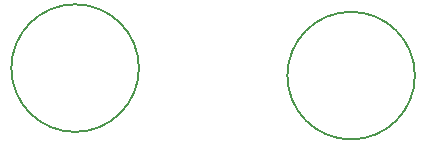
<source format=gbo>
G04*
G04 #@! TF.GenerationSoftware,Altium Limited,Altium Designer,24.10.1 (45)*
G04*
G04 Layer_Color=32896*
%FSLAX44Y44*%
%MOMM*%
G71*
G04*
G04 #@! TF.SameCoordinates,4BA20A26-6699-4CC0-9CF9-A882EA70ABF6*
G04*
G04*
G04 #@! TF.FilePolarity,Positive*
G04*
G01*
G75*
%ADD10C,0.2000*%
D10*
X550570Y543560D02*
G03*
X550570Y543560I-54000J0D01*
G01*
X784250Y537210D02*
G03*
X784250Y537210I-54000J0D01*
G01*
M02*

</source>
